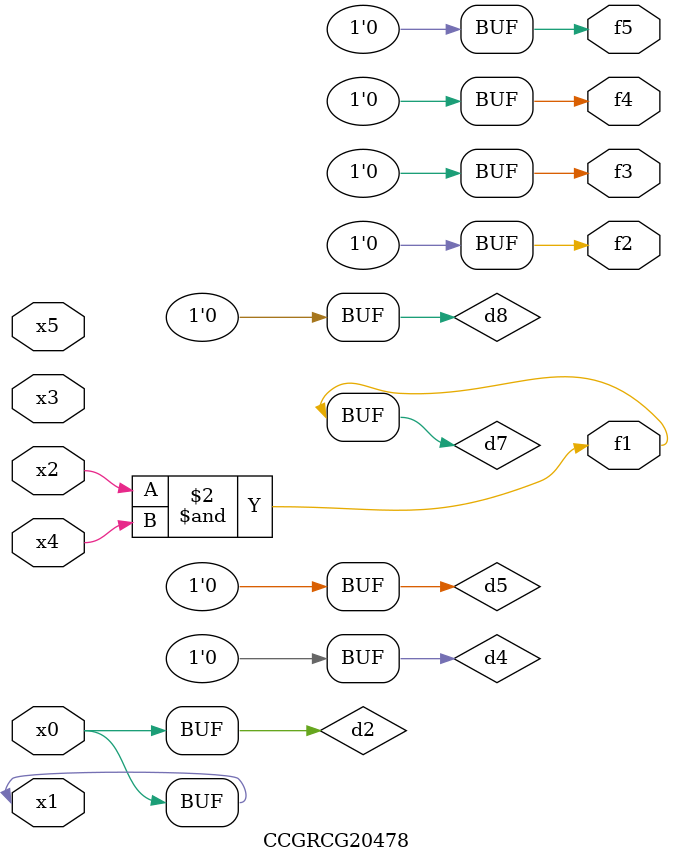
<source format=v>
module CCGRCG20478(
	input x0, x1, x2, x3, x4, x5,
	output f1, f2, f3, f4, f5
);

	wire d1, d2, d3, d4, d5, d6, d7, d8, d9;

	nand (d1, x1);
	buf (d2, x0, x1);
	nand (d3, x2, x4);
	and (d4, d1, d2);
	and (d5, d1, d2);
	nand (d6, d1, d3);
	not (d7, d3);
	xor (d8, d5);
	nor (d9, d5, d6);
	assign f1 = d7;
	assign f2 = d8;
	assign f3 = d8;
	assign f4 = d8;
	assign f5 = d8;
endmodule

</source>
